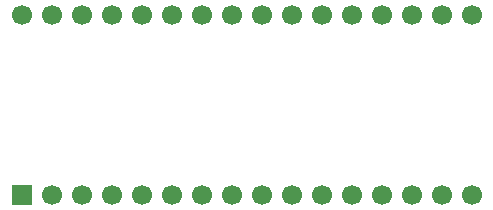
<source format=gbr>
G04 DipTrace 3.0.0.2*
G04 BottomMask.gbr*
%MOIN*%
G04 #@! TF.FileFunction,Soldermask,Bot*
G04 #@! TF.Part,Single*
%ADD26C,0.066929*%
%ADD28R,0.066929X0.066929*%
%FSLAX26Y26*%
G04*
G70*
G90*
G75*
G01*
G04 BotMask*
%LPD*%
D28*
X495669Y467717D3*
D26*
X595669D3*
X695669D3*
X795669D3*
X895669D3*
X995669D3*
X1095669D3*
X1195669D3*
X1295669D3*
X1395669D3*
X1495669D3*
X1595669D3*
X1695669D3*
X1795669D3*
X1895669D3*
X1995669D3*
Y1067717D3*
X1895669D3*
X1795669D3*
X1695669D3*
X1595669D3*
X1495669D3*
X1395669D3*
X1295669D3*
X1195669D3*
X1095669D3*
X995669D3*
X895669D3*
X795669D3*
X695669D3*
X595669D3*
X495669D3*
M02*

</source>
